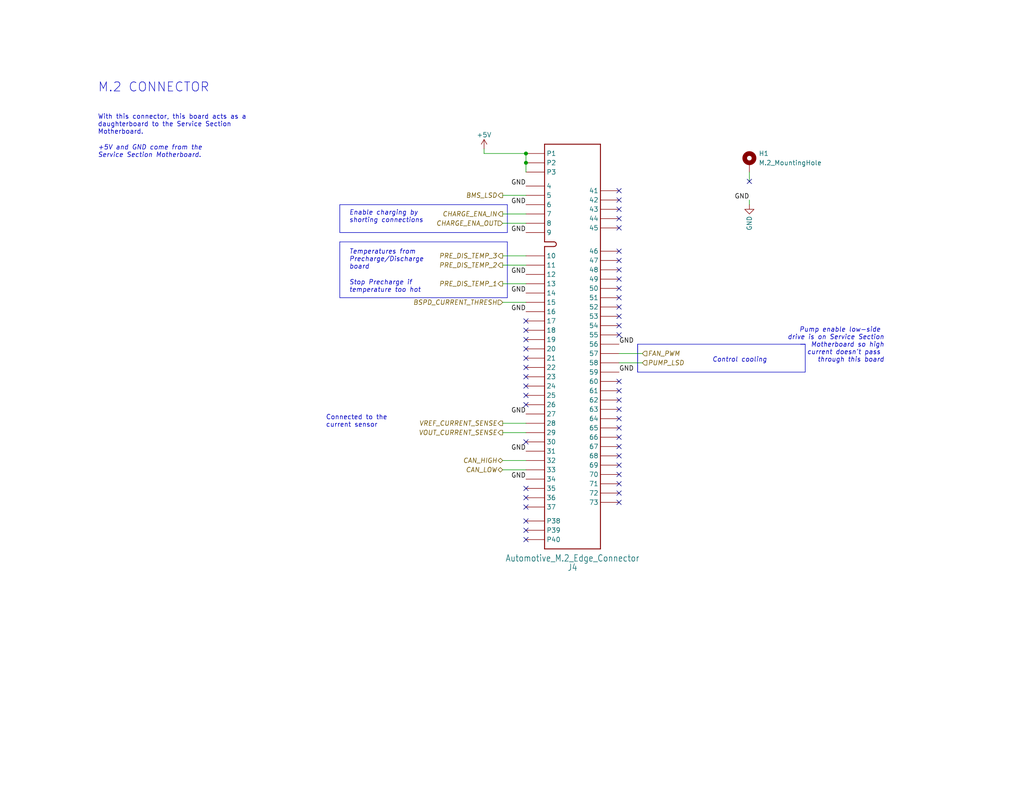
<source format=kicad_sch>
(kicad_sch (version 20230121) (generator eeschema)
  (paper "A")
  (title_block (title "BMS Core | M.2 Connector") (date "2022-12-03") (rev "0") (company "Olin Electric Motorsports") (comment 1 "Melissa Kazazic"))
  (lib_symbols
    (symbol "OEM:Automotive_M.2_Edge_Connector"
      (property "Reference" "J?" (at 1.27 49.53 0))
      (property "Value" "Automotive_M.2_Edge_Connector" (at 7.62 45.72 0))
      (symbol "Automotive_M.2_Edge_Connector_0_1"
        (arc (start -5.0436 15.2415) (mid -4.4198 15.8765) (end -5.0436 16.5115) (stroke (width 0.25)))
        (polyline (pts (xy -7.62 15.24) (xy -5.08 15.24)) (stroke (width 0.25)))
        (polyline (pts (xy -7.62 16.51) (xy -5.08 16.51)) (stroke (width 0.25)))
        (polyline (pts (xy -7.62 43.18) (xy -7.62 16.51)) (stroke (width 0.25)))
        (polyline (pts (xy 7.62 -67.31) (xy -7.62 -67.31)) (stroke (width 0.25)))
      )
      (symbol "Automotive_M.2_Edge_Connector_1_0"
        (polyline (pts (xy -7.62 -67.31) (xy -7.62 15.24)) (stroke (width 0.254)))
        (polyline (pts (xy 7.62 43.18) (xy -7.62 43.18)) (stroke (width 0.254)))
        (polyline (pts (xy 7.62 43.18) (xy 7.62 -67.31)) (stroke (width 0.254)))
        (pin bidirectional line (at -12.7 12.7 0) (length 5.08) (name "10") (number "10"))
        (pin bidirectional line (at -12.7 10.16 0) (length 5.08) (name "11") (number "11"))
        (pin bidirectional line (at -12.7 7.62 0) (length 5.08) (name "12") (number "12"))
        (pin bidirectional line (at -12.7 5.08 0) (length 5.08) (name "13") (number "13"))
        (pin bidirectional line (at -12.7 2.54 0) (length 5.08) (name "14") (number "14"))
        (pin bidirectional line (at -12.7 0 0) (length 5.08) (name "15") (number "15"))
        (pin bidirectional line (at -12.7 -2.54 0) (length 5.08) (name "16") (number "16"))
        (pin bidirectional line (at -12.7 -5.08 0) (length 5.08) (name "17") (number "17"))
        (pin bidirectional line (at -12.7 -7.62 0) (length 5.08) (name "18") (number "18"))
        (pin bidirectional line (at -12.7 -10.16 0) (length 5.08) (name "19") (number "19"))
        (pin bidirectional line (at -12.7 -12.7 0) (length 5.08) (name "20") (number "20"))
        (pin bidirectional line (at -12.7 -15.24 0) (length 5.08) (name "21") (number "21"))
        (pin bidirectional line (at -12.7 -17.78 0) (length 5.08) (name "22") (number "22"))
        (pin bidirectional line (at -12.7 -20.32 0) (length 5.08) (name "23") (number "23"))
        (pin bidirectional line (at -12.7 -22.86 0) (length 5.08) (name "24") (number "24"))
        (pin bidirectional line (at -12.7 -25.4 0) (length 5.08) (name "25") (number "25"))
        (pin bidirectional line (at -12.7 -27.94 0) (length 5.08) (name "26") (number "26"))
        (pin bidirectional line (at -12.7 -30.48 0) (length 5.08) (name "27") (number "27"))
        (pin bidirectional line (at -12.7 -33.02 0) (length 5.08) (name "28") (number "28"))
        (pin bidirectional line (at -12.7 -35.56 0) (length 5.08) (name "29") (number "29"))
        (pin bidirectional line (at -12.7 -38.1 0) (length 5.08) (name "30") (number "30"))
        (pin bidirectional line (at -12.7 -40.64 0) (length 5.08) (name "31") (number "31"))
        (pin bidirectional line (at -12.7 -43.18 0) (length 5.08) (name "32") (number "32"))
        (pin bidirectional line (at -12.7 -45.72 0) (length 5.08) (name "33") (number "33"))
        (pin bidirectional line (at -12.7 -48.26 0) (length 5.08) (name "34") (number "34"))
        (pin bidirectional line (at -12.7 -50.8 0) (length 5.08) (name "35") (number "35"))
        (pin bidirectional line (at -12.7 -53.34 0) (length 5.08) (name "36") (number "36"))
        (pin bidirectional line (at -12.7 -55.88 0) (length 5.08) (name "37") (number "37"))
        (pin bidirectional line (at -12.7 31.75 0) (length 5.08) (name "4") (number "4"))
        (pin bidirectional line (at 12.7 30.48 180) (length 5.08) (name "41") (number "41"))
        (pin bidirectional line (at 12.7 27.94 180) (length 5.08) (name "42") (number "42"))
        (pin bidirectional line (at 12.7 25.4 180) (length 5.08) (name "43") (number "43"))
        (pin bidirectional line (at 12.7 22.86 180) (length 5.08) (name "44") (number "44"))
        (pin bidirectional line (at 12.7 20.32 180) (length 5.08) (name "45") (number "45"))
        (pin bidirectional line (at 12.7 13.97 180) (length 5.08) (name "46") (number "46"))
        (pin bidirectional line (at 12.7 11.43 180) (length 5.08) (name "47") (number "47"))
        (pin bidirectional line (at 12.7 8.89 180) (length 5.08) (name "48") (number "48"))
        (pin bidirectional line (at 12.7 6.35 180) (length 5.08) (name "49") (number "49"))
        (pin bidirectional line (at -12.7 29.21 0) (length 5.08) (name "5") (number "5"))
        (pin bidirectional line (at 12.7 3.81 180) (length 5.08) (name "50") (number "50"))
        (pin bidirectional line (at 12.7 1.27 180) (length 5.08) (name "51") (number "51"))
        (pin bidirectional line (at 12.7 -1.27 180) (length 5.08) (name "52") (number "52"))
        (pin bidirectional line (at 12.7 -3.81 180) (length 5.08) (name "53") (number "53"))
        (pin bidirectional line (at 12.7 -6.35 180) (length 5.08) (name "54") (number "54"))
        (pin bidirectional line (at 12.7 -8.89 180) (length 5.08) (name "55") (number "55"))
        (pin bidirectional line (at 12.7 -11.43 180) (length 5.08) (name "56") (number "56"))
        (pin bidirectional line (at 12.7 -13.97 180) (length 5.08) (name "57") (number "57"))
        (pin bidirectional line (at 12.7 -16.51 180) (length 5.08) (name "58") (number "58"))
        (pin bidirectional line (at 12.7 -19.05 180) (length 5.08) (name "59") (number "59"))
        (pin bidirectional line (at -12.7 26.67 0) (length 5.08) (name "6") (number "6"))
        (pin bidirectional line (at 12.7 -21.59 180) (length 5.08) (name "60") (number "60"))
        (pin bidirectional line (at 12.7 -24.13 180) (length 5.08) (name "61") (number "61"))
        (pin bidirectional line (at 12.7 -26.67 180) (length 5.08) (name "62") (number "62"))
        (pin bidirectional line (at 12.7 -29.21 180) (length 5.08) (name "63") (number "63"))
        (pin bidirectional line (at 12.7 -31.75 180) (length 5.08) (name "64") (number "64"))
        (pin bidirectional line (at 12.7 -34.29 180) (length 5.08) (name "65") (number "65"))
        (pin bidirectional line (at 12.7 -36.83 180) (length 5.08) (name "66") (number "66"))
        (pin bidirectional line (at 12.7 -39.37 180) (length 5.08) (name "67") (number "67"))
        (pin bidirectional line (at 12.7 -41.91 180) (length 5.08) (name "68") (number "68"))
        (pin bidirectional line (at 12.7 -44.45 180) (length 5.08) (name "69") (number "69"))
        (pin bidirectional line (at -12.7 24.13 0) (length 5.08) (name "7") (number "7"))
        (pin bidirectional line (at 12.7 -46.99 180) (length 5.08) (name "70") (number "70"))
        (pin bidirectional line (at 12.7 -49.53 180) (length 5.08) (name "71") (number "71"))
        (pin bidirectional line (at 12.7 -52.07 180) (length 5.08) (name "72") (number "72"))
        (pin bidirectional line (at 12.7 -54.61 180) (length 5.08) (name "73") (number "73"))
        (pin bidirectional line (at -12.7 21.59 0) (length 5.08) (name "8") (number "8"))
        (pin bidirectional line (at -12.7 19.05 0) (length 5.08) (name "9") (number "9"))
        (pin bidirectional line (at -12.7 40.64 0) (length 5.08) (name "P1") (number "P1"))
        (pin bidirectional line (at -12.7 38.1 0) (length 5.08) (name "P2") (number "P2"))
        (pin bidirectional line (at -12.7 35.56 0) (length 5.08) (name "P3") (number "P3"))
        (pin bidirectional line (at -12.7 -59.69 0) (length 5.08) (name "P38") (number "P38"))
        (pin bidirectional line (at -12.7 -62.23 0) (length 5.08) (name "P39") (number "P39"))
        (pin bidirectional line (at -12.7 -64.77 0) (length 5.08) (name "P40") (number "P40"))
      )
    )
    (symbol "OEM:M.2_MountingHole" (pin_numbers hide) (pin_names (offset 1.016) hide) (in_bom no)
      (property "Reference" "H" (at 0 6.35 0))
      (property "Value" "M.2_MountingHole" (at 0 4.445 0))
      (symbol "M.2_MountingHole_0_1"
        (circle (center 0 1.27) (radius 1.27) (stroke (width 1.27)))
      )
      (symbol "M.2_MountingHole_1_1"
        (pin input line (at 0 -2.54 90) (length 2.54) (name "1") (number "1"))
      )
    )
    (symbol "power:+5V" (power) (pin_names (offset 0))
      (property "Value" "+5V" (at 0 3.556 0))
      (symbol "+5V_0_1"
        (polyline (pts (xy -0.762 1.27) (xy 0 2.54)))
        (polyline (pts (xy 0 0) (xy 0 2.54)))
        (polyline (pts (xy 0 2.54) (xy 0.762 1.27)))
      )
      (symbol "+5V_1_1"
        (pin power_in line (at 0 0 90) (length 0) hide (name "+5V") (number "1"))
      )
    )
    (symbol "power:GND" (power) (pin_names (offset 0))
      (property "Value" "GND" (at 0 -3.81 0))
      (symbol "GND_0_1"
        (polyline (pts (xy 0 0) (xy 0 -1.27) (xy 1.27 -1.27) (xy 0 -2.54) (xy -1.27 -1.27) (xy 0 -1.27)))
      )
      (symbol "GND_1_1"
        (pin power_in line (at 0 0 270) (length 0) hide (name "GND") (number "1"))
      )
    )
  )
  (junction (at 143.51 41.91))
  (junction (at 143.51 44.45))
  (no_connect (at 143.51 110.49))
  (no_connect (at 168.91 124.46))
  (no_connect (at 168.91 86.36))
  (no_connect (at 168.91 52.07))
  (no_connect (at 204.47 49.53))
  (no_connect (at 143.51 138.43))
  (no_connect (at 168.91 106.68))
  (no_connect (at 143.51 120.65))
  (no_connect (at 143.51 133.35))
  (no_connect (at 168.91 68.58))
  (no_connect (at 168.91 71.12))
  (no_connect (at 168.91 76.2))
  (no_connect (at 168.91 78.74))
  (no_connect (at 168.91 81.28))
  (no_connect (at 168.91 73.66))
  (no_connect (at 168.91 114.3))
  (no_connect (at 168.91 54.61))
  (no_connect (at 168.91 134.62))
  (no_connect (at 168.91 109.22))
  (no_connect (at 168.91 83.82))
  (no_connect (at 168.91 119.38))
  (no_connect (at 143.51 142.24))
  (no_connect (at 168.91 59.69))
  (no_connect (at 168.91 57.15))
  (no_connect (at 168.91 137.16))
  (no_connect (at 168.91 129.54))
  (no_connect (at 168.91 62.23))
  (no_connect (at 168.91 111.76))
  (no_connect (at 168.91 88.9))
  (no_connect (at 168.91 121.92))
  (no_connect (at 143.51 144.78))
  (no_connect (at 168.91 132.08))
  (no_connect (at 143.51 90.17))
  (no_connect (at 168.91 116.84))
  (no_connect (at 143.51 147.32))
  (no_connect (at 168.91 127))
  (no_connect (at 143.51 87.63))
  (no_connect (at 168.91 91.44))
  (no_connect (at 168.91 104.14))
  (no_connect (at 143.51 107.95))
  (no_connect (at 143.51 105.41))
  (no_connect (at 143.51 102.87))
  (no_connect (at 143.51 100.33))
  (no_connect (at 143.51 97.79))
  (no_connect (at 143.51 95.25))
  (no_connect (at 143.51 135.89))
  (no_connect (at 143.51 92.71))
  (wire (pts (xy 143.51 41.91) (xy 132.08 41.91)))
  (polyline (pts (xy 138.43 81.28) (xy 92.71 81.28)))
  (wire (pts (xy 137.16 118.11) (xy 143.51 118.11)))
  (wire (pts (xy 175.26 96.52) (xy 168.91 96.52)))
  (wire (pts (xy 204.47 54.61) (xy 204.47 55.88)))
  (polyline (pts (xy 219.71 101.6) (xy 173.99 101.6)))
  (wire (pts (xy 143.51 41.91) (xy 143.51 44.45)))
  (wire (pts (xy 137.16 58.42) (xy 143.51 58.42)))
  (polyline (pts (xy 218.44 93.98) (xy 219.71 93.98)))
  (wire (pts (xy 137.16 53.34) (xy 143.51 53.34)))
  (wire (pts (xy 143.51 44.45) (xy 143.51 46.99)))
  (wire (pts (xy 137.16 125.73) (xy 143.51 125.73)))
  (wire (pts (xy 175.26 99.06) (xy 168.91 99.06)))
  (polyline (pts (xy 92.71 55.88) (xy 138.43 55.88)))
  (polyline (pts (xy 92.71 66.04) (xy 138.43 66.04)))
  (polyline (pts (xy 138.43 63.5) (xy 92.71 63.5)))
  (wire (pts (xy 137.16 77.47) (xy 143.51 77.47)))
  (polyline (pts (xy 173.99 93.98) (xy 219.71 93.98)))
  (wire (pts (xy 132.08 41.91) (xy 132.08 40.64)))
  (polyline (pts (xy 92.71 63.5) (xy 92.71 55.88)))
  (wire (pts (xy 137.16 82.55) (xy 143.51 82.55)))
  (wire (pts (xy 137.16 72.39) (xy 143.51 72.39)))
  (wire (pts (xy 137.16 60.96) (xy 143.51 60.96)))
  (wire (pts (xy 204.47 49.53) (xy 204.47 46.99)))
  (wire (pts (xy 137.16 69.85) (xy 143.51 69.85)))
  (polyline (pts (xy 138.43 55.88) (xy 138.43 63.5)))
  (polyline (pts (xy 173.99 101.6) (xy 173.99 93.98)))
  (wire (pts (xy 137.16 128.27) (xy 143.51 128.27)))
  (polyline (pts (xy 138.43 66.04) (xy 138.43 68.58)))
  (polyline (pts (xy 173.99 95.25) (xy 173.99 101.6)))
  (polyline (pts (xy 138.43 68.58) (xy 138.43 81.28)))
  (polyline (pts (xy 92.71 81.28) (xy 92.71 66.04)))
  (polyline (pts (xy 173.99 93.98) (xy 173.99 95.25)))
  (polyline (pts (xy 219.71 93.98) (xy 219.71 101.6)))
  (wire (pts (xy 137.16 115.57) (xy 143.51 115.57)))
  (text "Stop Precharge if\ntemperature too hot" (at 95.25 80.01 0) (effects (font (size 1.27 1.27) italic) (justify left bottom)))
  (text "+5V and GND come from the \nService Section Motherboard." (at 26.67 43.18 0) (effects (font (size 1.27 1.27) italic) (justify left bottom)))
  (text "With this connector, this board acts as a \ndaughterboard to the Service Section\nMotherboard." (at 26.67 36.83 0) (effects (font (size 1.27 1.27)) (justify left bottom)))
  (text "Pump enable low-side \ndrive is on Service Section\nMotherboard so high\ncurrent doesn't pass \nthrough this board" (at 241.3 99.06 0) (effects (font (size 1.27 1.27) italic) (justify right bottom)))
  (text "Control cooling" (at 194.31 99.06 0) (effects (font (size 1.27 1.27) italic) (justify left bottom)))
  (text "M.2 CONNECTOR" (at 26.67 25.4 0) (effects (font (size 2.4892 2.4892)) (justify left bottom)))
  (text "Temperatures from\nPrecharge/Discharge\nboard" (at 95.25 73.66 0) (effects (font (size 1.27 1.27) italic) (justify left bottom)))
  (text "Connected to the\ncurrent sensor" (at 88.9 116.84 0) (effects (font (size 1.27 1.27)) (justify left bottom)))
  (text "Enable charging by\nshorting connections" (at 95.25 60.96 0) (effects (font (size 1.27 1.27) italic) (justify left bottom)))
  (label "GND" (at 143.51 85.09 180))
  (label "GND" (at 143.51 113.03 180))
  (label "GND" (at 143.51 80.01 180))
  (label "GND" (at 143.51 123.19 180))
  (label "GND" (at 204.47 54.61 180))
  (label "GND" (at 143.51 63.5 180))
  (label "GND" (at 143.51 50.8 180))
  (label "GND" (at 143.51 74.93 180))
  (label "GND" (at 143.51 55.88 180))
  (label "GND" (at 143.51 130.81 180))
  (label "GND" (at 168.91 101.6 0))
  (label "GND" (at 168.91 93.98 0))
  (hierarchical_label "BMS_LSD" (shape output) (at 137.16 53.34 180) (effects (font italic)))
  (hierarchical_label "CAN_LOW" (shape bidirectional) (at 137.16 128.27 180) (effects (font italic)))
  (hierarchical_label "VREF_CURRENT_SENSE" (shape output) (at 137.16 115.57 180) (effects (font italic)))
  (hierarchical_label "BSPD_CURRENT_THRESH" (shape input) (at 137.16 82.55 180) (effects (font italic)))
  (hierarchical_label "FAN_PWM" (shape input) (at 175.26 96.52 0) (effects (font italic)))
  (hierarchical_label "CHARGE_ENA_OUT" (shape input) (at 137.16 60.96 180) (effects (font italic)))
  (hierarchical_label "VOUT_CURRENT_SENSE" (shape output) (at 137.16 118.11 180) (effects (font italic)))
  (hierarchical_label "PRE_DIS_TEMP_3" (shape output) (at 137.16 69.85 180) (effects (font italic)))
  (hierarchical_label "CAN_HIGH" (shape bidirectional) (at 137.16 125.73 180) (effects (font italic)))
  (hierarchical_label "PRE_DIS_TEMP_2" (shape output) (at 137.16 72.39 180) (effects (font italic)))
  (hierarchical_label "CHARGE_ENA_IN" (shape output) (at 137.16 58.42 180) (effects (font italic)))
  (hierarchical_label "PUMP_LSD" (shape input) (at 175.26 99.06 0) (effects (font italic)))
  (hierarchical_label "PRE_DIS_TEMP_1" (shape output) (at 137.16 77.47 180) (effects (font italic)))
  (symbol (lib_id "power:GND") (at 204.47 55.88 0) (unit 1)
    (property "Reference" "#PWR0150" (effects hide))
    (property "Value" "GND" (at 204.47 60.96 90))
  )
  (symbol (lib_id "power:+5V") (at 132.08 40.64 0) (unit 1)
    (property "Reference" "#PWR0151" (effects hide))
    (property "Value" "+5V" (at 132.08 36.83 0))
  )
  (symbol (lib_id "OEM:M.2_MountingHole") (at 204.47 44.45 0) (unit 1) (in_bom no)
    (property "Reference" "H1" (at 207.01 41.9099 0) (effects (justify left)))
    (property "Value" "M.2_MountingHole" (at 207.01 44.4499 0) (effects (justify left)))
    (property "Footprint" "OEM:M.2_Mount" (effects hide))
  )
  (symbol (lib_id "OEM:Automotive_M.2_Edge_Connector") (at 156.21 82.55 0) (unit 1) (in_bom no)
    (property "Reference" "J4" (at 156.21 154.94 0) (effects (font (size 1.778 1.5113))))
    (property "Value" "Automotive_M.2_Edge_Connector" (at 156.21 152.4 0) (effects (font (size 1.778 1.5113))))
    (property "Footprint" "footprints:Automotive_M.2_Edge_Connector" (effects hide))
    (property "MPN" "N/A" (effects hide))
    (property "MFN" "N/A" (effects hide))
    (property "DKPN" "N/A" (effects hide))
    (property "NewDesigns" "YES" (effects hide))
    (property "Stocked" "N/A" (effects hide))
    (property "Package" "N/A" (effects hide))
    (property "Style" "Edge Connector" (effects hide))
  )
)
</source>
